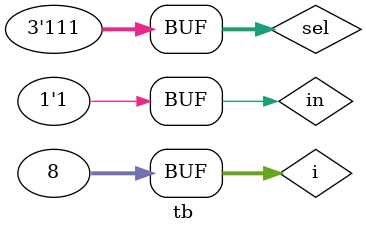
<source format=v>
module tb();
  reg in;
  reg [2:0] sel;
  wire [7:0] y;
  integer i;
  
  demux e1(in, sel, y);
  
  initial begin
    $monitor("in=%b, sel=%b || y=%b", in, sel, y);
    $dumpfile("dump.vcd");
    $dumpvars();
    
    in = 1;
    for (i = 0; i < 8; i++) begin
      sel = i;
      #10;
    end
  end
endmodule

</source>
